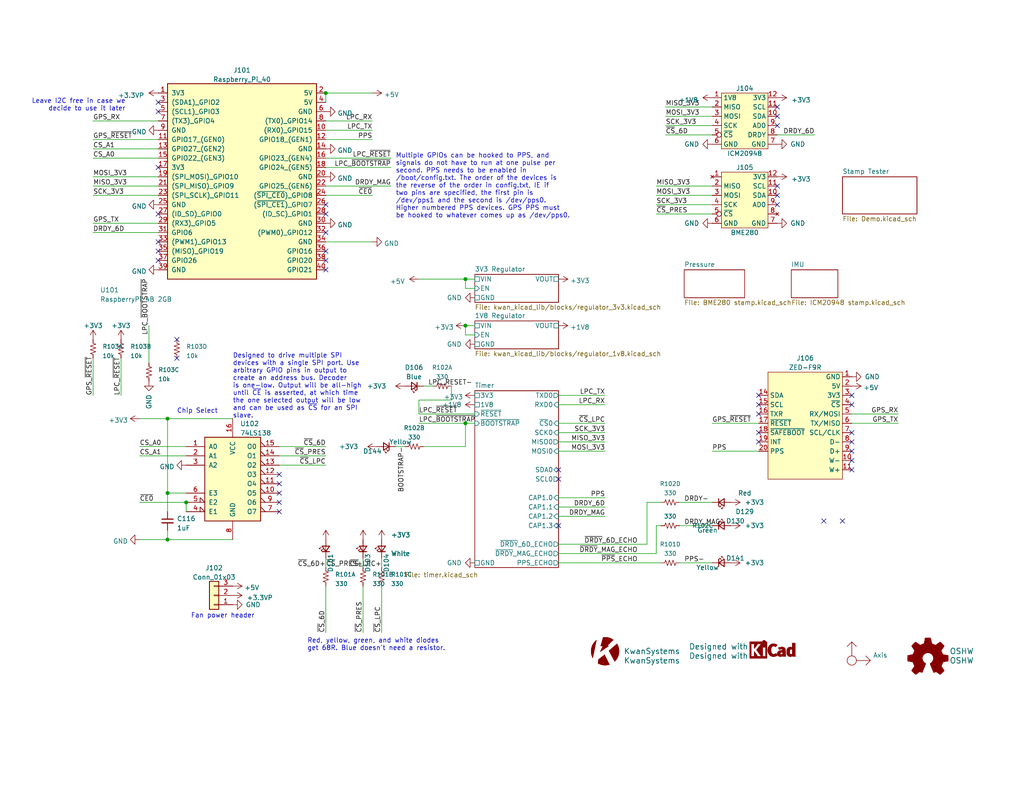
<source format=kicad_sch>
(kicad_sch (version 20250114) (generator "eeschema") (generator_version "9.0")
  (paper "USLetter")
  (title_block (title "Shipometer") (date "2023-03-24") (company "Kwan Systems"))
  (lib_symbols
    (symbol "+3V3_1" (power) (pin_names (offset 0))
      (property "Value" "+3V3_1" (at 0 3.556 0))
      (symbol "+3V3_1_1_1"
        (pin power_in line (at 0 0 90) (length 0) (hide yes) (name "+3V3") (number "1"))
      )
    )
    (symbol "74xx:74LS138" (pin_names (offset 1.016))
      (property "Reference" "U" (at -7.62 11.43 0))
      (property "Value" "74LS138" (at -7.62 -13.97 0))
      (symbol "74LS138_1_0"
        (pin input line (at -12.7 7.62 0) (length 5.08) (name "A0") (number "1"))
        (pin input line (at -12.7 5.08 0) (length 5.08) (name "A1") (number "2"))
        (pin input line (at -12.7 2.54 0) (length 5.08) (name "A2") (number "3"))
        (pin input line (at -12.7 -5.08 0) (length 5.08) (name "E3") (number "6"))
        (pin input input_low (at -12.7 -7.62 0) (length 5.08) (name "E2") (number "5"))
        (pin input input_low (at -12.7 -10.16 0) (length 5.08) (name "E1") (number "4"))
        (pin power_in line (at 0 15.24 270) (length 5.08) (name "VCC") (number "16"))
        (pin power_in line (at 0 -17.78 90) (length 5.08) (name "GND") (number "8"))
        (pin output output_low (at 12.7 7.62 180) (length 5.08) (name "O0") (number "15"))
        (pin output output_low (at 12.7 5.08 180) (length 5.08) (name "O1") (number "14"))
        (pin output output_low (at 12.7 2.54 180) (length 5.08) (name "O2") (number "13"))
        (pin output output_low (at 12.7 0 180) (length 5.08) (name "O3") (number "12"))
        (pin output output_low (at 12.7 -2.54 180) (length 5.08) (name "O4") (number "11"))
        (pin output output_low (at 12.7 -5.08 180) (length 5.08) (name "O5") (number "10"))
        (pin output output_low (at 12.7 -7.62 180) (length 5.08) (name "O6") (number "9"))
        (pin output output_low (at 12.7 -10.16 180) (length 5.08) (name "O7") (number "7"))
      )
    )
    (symbol "Connector_Generic:Conn_01x03" (pin_names (offset 1.016) (hide yes))
      (property "Reference" "J" (at 0 5.08 0))
      (property "Value" "Conn_01x03" (at 0 -5.08 0))
      (symbol "Conn_01x03_1_1"
        (pin passive line (at -5.08 2.54 0) (length 3.81) (name "Pin_1") (number "1"))
        (pin passive line (at -5.08 0 0) (length 3.81) (name "Pin_2") (number "2"))
        (pin passive line (at -5.08 -2.54 0) (length 3.81) (name "Pin_3") (number "3"))
      )
    )
    (symbol "Device:C_Small" (pin_numbers (hide yes)) (pin_names (offset 0.254) (hide yes))
      (property "Reference" "C" (at 0.254 1.778 0))
      (property "Value" "C_Small" (at 0.254 -2.032 0))
      (symbol "C_Small_1_1"
        (pin passive line (at 0 2.54 270) (length 2.032) (name "~") (number "1"))
        (pin passive line (at 0 -2.54 90) (length 2.032) (name "~") (number "2"))
      )
    )
    (symbol "Device:LED_Small" (pin_numbers (hide yes)) (pin_names (offset 0.254) (hide yes))
      (property "Reference" "D" (at -1.27 3.175 0))
      (property "Value" "LED_Small" (at -4.445 -2.54 0))
      (symbol "LED_Small_1_1"
        (pin passive line (at -2.54 0 0) (length 1.778) (name "K") (number "1"))
        (pin passive line (at 2.54 0 180) (length 1.778) (name "A") (number "2"))
      )
    )
    (symbol "KwanSystems:Axis" (in_bom no)
      (property "Value" "Axis" (at 0 -2.54 0))
    )
    (symbol "KwanSystems:DesignedWithKicad" (pin_names (offset 1.016)) (in_bom no)
      (property "Value" "DesignedWithKicad" (at 3.81 -2.54 0))
    )
    (symbol "KwanSystems:KwanSystems" (pin_names (offset 1.016)) (in_bom no)
      (property "Value" "KwanSystems" (at 0 -5.08 0))
    )
    (symbol "KwanSystems:OSHW" (pin_names (offset 1.016)) (in_bom no)
      (property "Value" "OSHW" (at 10.16 1.27 0))
    )
    (symbol "KwanSystems:RP4" (pin_numbers (hide yes)) (pin_names (offset 0) (hide yes))
      (property "Reference" "R" (at -1.27 1.27 0))
      (property "Value" "RP4" (at -1.27 -2.54 0))
      (symbol "RP4_1_1"
        (pin passive line (at -2.54 0 0) (length 0.9906) (name "4") (number "1"))
        (pin passive line (at 2.54 0 180) (length 0.9906) (name "5") (number "8"))
      )
      (symbol "RP4_2_1"
        (pin passive line (at -2.54 0 0) (length 0.9906) (name "4") (number "2"))
        (pin passive line (at 2.54 0 180) (length 0.9906) (name "5") (number "7"))
      )
      (symbol "RP4_3_1"
        (pin passive line (at -2.54 0 0) (length 0.9906) (name "4") (number "3"))
        (pin passive line (at 2.54 0 180) (length 0.9906) (name "5") (number "6"))
      )
      (symbol "RP4_4_1"
        (pin passive line (at -2.54 0 0) (length 0.9906) (name "4") (number "4"))
        (pin passive line (at 2.54 0 180) (length 0.9906) (name "5") (number "5"))
      )
    )
    (symbol "KwanSystems:Raspberry_Pi_40" (pin_names (offset 1.016))
      (property "Reference" "J" (at 25.4 -27.94 0))
      (property "Value" "Raspberry_Pi_40" (at -12.7 33.02 0))
      (symbol "Raspberry_Pi_40_1_1"
        (pin power_out line (at -22.86 27.94 0) (length 2.54) (name "3V3") (number "1"))
        (pin bidirectional line (at -22.86 25.4 0) (length 2.54) (name "(SDA1)_GPIO2") (number "3"))
        (pin bidirectional line (at -22.86 22.86 0) (length 2.54) (name "(SCL1)_GPIO3") (number "5"))
        (pin bidirectional line (at -22.86 20.32 0) (length 2.54) (name "(TX3)_GPIO4") (number "7"))
        (pin passive line (at -22.86 17.78 0) (length 2.54) (name "GND") (number "9"))
        (pin bidirectional line (at -22.86 15.24 0) (length 2.54) (name "GPIO17_(GEN0)") (number "11"))
        (pin bidirectional line (at -22.86 12.7 0) (length 2.54) (name "GPIO27_(GEN2)") (number "13"))
        (pin bidirectional line (at -22.86 10.16 0) (length 2.54) (name "GPIO22_(GEN3)") (number "15"))
        (pin power_out line (at -22.86 7.62 0) (length 2.54) (name "3V3") (number "17"))
        (pin bidirectional line (at -22.86 5.08 0) (length 2.54) (name "(SPI_MOSI)_GPIO10") (number "19"))
        (pin bidirectional line (at -22.86 2.54 0) (length 2.54) (name "(SPI_MISO)_GPIO9") (number "21"))
        (pin bidirectional line (at -22.86 0 0) (length 2.54) (name "(SPI_SCLK)_GPIO11") (number "23"))
        (pin passive line (at -22.86 -2.54 0) (length 2.54) (name "GND") (number "25"))
        (pin bidirectional line (at -22.86 -5.08 0) (length 2.54) (name "(ID_SD)_GPIO0") (number "27"))
        (pin bidirectional line (at -22.86 -7.62 0) (length 2.54) (name "(RX3)_GPIO5") (number "29"))
        (pin bidirectional line (at -22.86 -10.16 0) (length 2.54) (name "GPIO6") (number "31"))
        (pin bidirectional line (at -22.86 -12.7 0) (length 2.54) (name "(PWM1)_GPIO13") (number "33"))
        (pin bidirectional line (at -22.86 -15.24 0) (length 2.54) (name "(MISO)_GPIO19") (number "35"))
        (pin bidirectional line (at -22.86 -17.78 0) (length 2.54) (name "GPIO26") (number "37"))
        (pin passive line (at -22.86 -20.32 0) (length 2.54) (name "GND") (number "39"))
        (pin passive line (at 22.86 27.94 180) (length 2.54) (name "5V") (number "2"))
        (pin passive line (at 22.86 25.4 180) (length 2.54) (name "5V") (number "4"))
        (pin passive line (at 22.86 22.86 180) (length 2.54) (name "GND") (number "6"))
        (pin bidirectional line (at 22.86 20.32 180) (length 2.54) (name "(TX0)_GPIO14") (number "8"))
        (pin bidirectional line (at 22.86 17.78 180) (length 2.54) (name "(RX0)_GPIO15") (number "10"))
        (pin bidirectional line (at 22.86 15.24 180) (length 2.54) (name "GPIO18_(GEN1)") (number "12"))
        (pin passive line (at 22.86 12.7 180) (length 2.54) (name "GND") (number "14"))
        (pin bidirectional line (at 22.86 10.16 180) (length 2.54) (name "GPIO23_(GEN4)") (number "16"))
        (pin bidirectional line (at 22.86 7.62 180) (length 2.54) (name "GPIO24_(GEN5)") (number "18"))
        (pin passive line (at 22.86 5.08 180) (length 2.54) (name "GND") (number "20"))
        (pin bidirectional line (at 22.86 2.54 180) (length 2.54) (name "GPIO25_(GEN6)") (number "22"))
        (pin bidirectional line (at 22.86 0 180) (length 2.54) (name "(~{SPI_CE0})_GPIO8") (number "24"))
        (pin bidirectional line (at 22.86 -2.54 180) (length 2.54) (name "(~{SPI_CE1})_GPIO7") (number "26"))
        (pin bidirectional line (at 22.86 -5.08 180) (length 2.54) (name "(ID_SC)_GPIO1") (number "28"))
        (pin passive line (at 22.86 -7.62 180) (length 2.54) (name "GND") (number "30"))
        (pin bidirectional line (at 22.86 -10.16 180) (length 2.54) (name "(PWM0)_GPIO12") (number "32"))
        (pin passive line (at 22.86 -12.7 180) (length 2.54) (name "GND") (number "34"))
        (pin bidirectional line (at 22.86 -15.24 180) (length 2.54) (name "GPIO16") (number "36"))
        (pin bidirectional line (at 22.86 -17.78 180) (length 2.54) (name "GPIO20") (number "38"))
        (pin bidirectional line (at 22.86 -20.32 180) (length 2.54) (name "GPIO21") (number "40"))
      )
    )
    (symbol "KwanSystems:RaspberyPi_2+_Backplane" (pin_names (offset 1.016))
      (property "Reference" "J" (at 0 -2.54 0))
      (property "Value" "RaspberyPi_2+_Backplane" (at 0 0 0))
    )
    (symbol "KwanSystems:STAMP"
      (property "Reference" "J105" (at 0 8.89 0))
      (property "Value" "BME280" (at 0 -8.89 0))
      (symbol "STAMP_1_1"
        (pin no_connect line (at -8.89 6.35 0) (length 2.54) (name "") (number "1"))
        (pin tri_state line (at -8.89 3.81 0) (length 2.54) (name "MISO") (number "2"))
        (pin input line (at -8.89 1.27 0) (length 2.54) (name "MOSI") (number "3"))
        (pin input line (at -8.89 -1.27 0) (length 2.54) (name "SCK") (number "4"))
        (pin input inverted (at -8.89 -3.81 0) (length 2.54) (name "~{CS}") (number "5"))
        (pin power_in line (at -8.89 -6.35 0) (length 2.54) (name "GND") (number "6"))
        (pin power_in line (at 8.89 6.35 180) (length 2.54) (name "3V3") (number "12"))
        (pin input line (at 8.89 3.81 180) (length 2.54) (name "SCL") (number "11"))
        (pin open_collector line (at 8.89 1.27 180) (length 2.54) (name "SDA") (number "10"))
        (pin input line (at 8.89 -1.27 180) (length 2.54) (name "AD0") (number "9"))
        (pin no_connect line (at 8.89 -3.81 180) (length 2.54) (name "") (number "8"))
        (pin power_in line (at 8.89 -6.35 180) (length 2.54) (name "GND") (number "7"))
      )
    )
    (symbol "STAMP_1"
      (property "Reference" "J104" (at 0 8.89 0))
      (property "Value" "ICM20948" (at 0 -8.89 0))
      (symbol "STAMP_1_1_1"
        (pin power_in line (at -8.89 6.35 0) (length 2.54) (name "1V8") (number "1"))
        (pin tri_state line (at -8.89 3.81 0) (length 2.54) (name "MISO") (number "2"))
        (pin input line (at -8.89 1.27 0) (length 2.54) (name "MOSI") (number "3"))
        (pin input line (at -8.89 -1.27 0) (length 2.54) (name "SCK") (number "4"))
        (pin input inverted (at -8.89 -3.81 0) (length 2.54) (name "~{CS}") (number "5"))
        (pin power_in line (at -8.89 -6.35 0) (length 2.54) (name "GND") (number "6"))
        (pin power_in line (at 8.89 6.35 180) (length 2.54) (name "3V3") (number "12"))
        (pin input line (at 8.89 3.81 180) (length 2.54) (name "SCL") (number "11"))
        (pin open_collector line (at 8.89 1.27 180) (length 2.54) (name "SDA") (number "10"))
        (pin input line (at 8.89 -1.27 180) (length 2.54) (name "AD0") (number "9"))
        (pin output line (at 8.89 -3.81 180) (length 2.54) (name "DRDY") (number "8"))
        (pin power_in line (at 8.89 -6.35 180) (length 2.54) (name "GND") (number "7"))
      )
    )
    (symbol "Sparkfun_Breakout:ZED-F9R"
      (property "Reference" "U" (at 10.16 -16.51 0))
      (symbol "ZED-F9R_1_1"
        (pin bidirectional line (at -12.7 7.62 0) (length 2.54) (name "SDA") (number "14"))
        (pin input line (at -12.7 5.08 0) (length 2.54) (name "SCL") (number "15"))
        (pin output line (at -12.7 2.54 0) (length 2.54) (name "TXR") (number "16"))
        (pin input line (at -12.7 0 0) (length 2.54) (name "~{RESET}") (number "17"))
        (pin input line (at -12.7 -2.54 0) (length 2.54) (name "~{SAFEBOOT}") (number "18"))
        (pin input line (at -12.7 -5.08 0) (length 2.54) (name "INT") (number "19"))
        (pin output line (at -12.7 -7.62 0) (length 2.54) (name "PPS") (number "20"))
        (pin power_in line (at 12.7 12.7 180) (length 2.54) (name "GND") (number "1"))
        (pin power_in line (at 12.7 12.7 180) (length 2.54) (hide yes) (name "GND") (number "12"))
        (pin power_in line (at 12.7 10.16 180) (length 2.54) (name "5V") (number "2"))
        (pin power_in line (at 12.7 7.62 180) (length 2.54) (hide yes) (name "3V3") (number "13"))
        (pin power_in line (at 12.7 7.62 180) (length 2.54) (name "3V3") (number "3"))
        (pin input line (at 12.7 5.08 180) (length 2.54) (name "~{CS}") (number "4"))
        (pin input line (at 12.7 2.54 180) (length 2.54) (name "RX/MOSI") (number "5"))
        (pin output line (at 12.7 0 180) (length 2.54) (name "TX/MISO") (number "6"))
        (pin input line (at 12.7 -2.54 180) (length 2.54) (name "SCL/CLK") (number "7"))
        (pin input line (at 12.7 -5.08 180) (length 2.54) (name "D-") (number "8"))
        (pin input line (at 12.7 -7.62 180) (length 2.54) (name "D+") (number "9"))
        (pin input line (at 12.7 -10.16 180) (length 2.54) (name "W-") (number "10"))
        (pin input line (at 12.7 -12.7 180) (length 2.54) (name "W+") (number "11"))
      )
    )
    (symbol "power:+1V8" (power) (pin_names (offset 0))
      (property "Value" "+1V8" (at 0 3.556 0))
      (symbol "+1V8_1_1"
        (pin power_in line (at 0 0 90) (length 0) (hide yes) (name "+1V8") (number "1"))
      )
    )
    (symbol "power:+3.3VP" (power) (pin_names (offset 0))
      (property "Value" "+3.3VP" (at 0 2.54 0))
      (symbol "+3.3VP_0_0"
        (pin power_in line (at 0 0 90) (length 0) (hide yes) (name "+3.3VP") (number "1"))
      )
    )
    (symbol "power:+3V3" (power) (pin_names (offset 0))
      (property "Value" "+3V3" (at 0 3.556 0))
      (symbol "+3V3_1_1"
        (pin power_in line (at 0 0 90) (length 0) (hide yes) (name "+3V3") (number "1"))
      )
    )
    (symbol "power:+5V" (power) (pin_names (offset 0))
      (property "Value" "+5V" (at 0 3.556 0))
      (symbol "+5V_1_1"
        (pin power_in line (at 0 0 90) (length 0) (hide yes) (name "+5V") (number "1"))
      )
    )
    (symbol "power:GND" (power) (pin_names (offset 0))
      (property "Value" "GND" (at 0 -3.81 0))
      (symbol "GND_1_1"
        (pin power_in line (at 0 0 270) (length 0) (hide yes) (name "GND") (number "1"))
      )
    )
  )
  (text "Chip Select" (at 48.26 113.03 0) (effects (font (size 1.27 1.27)) (justify left bottom)))
  (text "Designed to drive multiple SPI\ndevices with a single SPI port. Use\narbitrary GPIO pins in output to\ncreate an address bus. Decoder\nis one-low. Output will be all-high\nuntil ~{CE} is asserted, at which time\nthe one selected output will be low\nand can be used as ~{CS} for an SPI\nslave." (at 63.5 114.3 0) (effects (font (size 1.27 1.27)) (justify left bottom)))
  (text "Fan power header" (at 52.07 168.91 0) (effects (font (size 1.27 1.27)) (justify left bottom)))
  (text "Multiple GPIOs can be hooked to PPS, and\nsignals do not have to run at one pulse per\nsecond. PPS needs to be enabled in\n/boot/config.txt. The order of the devices is\nthe reverse of the order in config.txt, IE if\ntwo pins are specified, the first pin is\n/dev/pps1 and the second is /dev/pps0.\nHigher numbered PPS devices. GPS PPS must\nbe hooked to whatever comes up as /dev/pps0." (at 107.95 59.69 0) (effects (font (size 1.27 1.27)) (justify left bottom)))
  (text "Leave I2C free in case we\ndecide to use it later" (at 34.29 30.48 0) (effects (font (size 1.27 1.27)) (justify right bottom)))
  (text "Red, yellow, green, and white diodes\nget 68R. Blue doesn't need a resistor." (at 83.82 177.8 0) (effects (font (size 1.27 1.27)) (justify left bottom)))
  (junction (at 45.72 147.32))
  (junction (at 127 76.2))
  (junction (at 127 88.9))
  (junction (at 88.9 25.4))
  (junction (at 50.8 137.16))
  (junction (at 45.72 134.62))
  (junction (at 127 115.57))
  (junction (at 45.72 114.3))
  (no_connect (at 88.9 55.88))
  (no_connect (at 88.9 58.42))
  (no_connect (at 88.9 68.58))
  (no_connect (at 88.9 71.12))
  (no_connect (at 88.9 73.66))
  (no_connect (at 43.18 45.72))
  (no_connect (at 232.41 110.49))
  (no_connect (at 48.26 92.71))
  (no_connect (at 43.18 66.04))
  (no_connect (at 212.09 31.75))
  (no_connect (at 76.2 132.08))
  (no_connect (at 76.2 134.62))
  (no_connect (at 76.2 137.16))
  (no_connect (at 76.2 139.7))
  (no_connect (at 232.41 120.65))
  (no_connect (at 229.87 142.24))
  (no_connect (at 212.09 50.8))
  (no_connect (at 212.09 55.88))
  (no_connect (at 212.09 53.34))
  (no_connect (at 212.09 34.29))
  (no_connect (at 232.41 118.11))
  (no_connect (at 207.01 110.49))
  (no_connect (at 88.9 63.5))
  (no_connect (at 207.01 113.03))
  (no_connect (at 43.18 27.94))
  (no_connect (at 48.26 97.79))
  (no_connect (at 43.18 58.42))
  (no_connect (at 43.18 68.58))
  (no_connect (at 43.18 71.12))
  (no_connect (at 76.2 129.54))
  (no_connect (at 232.41 123.19))
  (no_connect (at 207.01 107.95))
  (no_connect (at 207.01 118.11))
  (no_connect (at 212.09 29.21))
  (no_connect (at 152.4 128.27))
  (no_connect (at 152.4 130.81))
  (no_connect (at 43.18 30.48))
  (no_connect (at 232.41 107.95))
  (no_connect (at 207.01 120.65))
  (no_connect (at 152.4 143.51))
  (no_connect (at 232.41 125.73))
  (no_connect (at 232.41 128.27))
  (no_connect (at 224.79 142.24))
  (wire (pts (xy 104.14 152.4) (xy 104.14 154.94)))
  (wire (pts (xy 38.1 124.46) (xy 50.8 124.46)))
  (wire (pts (xy 181.61 31.75) (xy 194.31 31.75)))
  (wire (pts (xy 232.41 113.03) (xy 245.11 113.03)))
  (wire (pts (xy 25.4 53.34) (xy 43.18 53.34)))
  (wire (pts (xy 99.06 152.4) (xy 99.06 154.94)))
  (wire (pts (xy 152.4 110.49) (xy 165.1 110.49)))
  (wire (pts (xy 185.42 137.16) (xy 194.31 137.16)))
  (wire (pts (xy 38.1 147.32) (xy 45.72 147.32)))
  (wire (pts (xy 152.4 151.13) (xy 179.07 151.13)))
  (wire (pts (xy 185.42 153.67) (xy 194.31 153.67)))
  (wire (pts (xy 88.9 53.34) (xy 101.6 53.34)))
  (wire (pts (xy 88.9 25.4) (xy 88.9 27.94)))
  (wire (pts (xy 115.57 121.92) (xy 127 121.92)))
  (wire (pts (xy 88.9 45.72) (xy 106.68 45.72)))
  (wire (pts (xy 45.72 134.62) (xy 45.72 139.7)))
  (wire (pts (xy 176.53 148.59) (xy 176.53 137.16)))
  (wire (pts (xy 123.19 105.41) (xy 123.19 109.22)))
  (wire (pts (xy 88.9 66.04) (xy 101.6 66.04)))
  (wire (pts (xy 179.07 58.42) (xy 194.31 58.42)))
  (wire (pts (xy 232.41 115.57) (xy 245.11 115.57)))
  (wire (pts (xy 50.8 137.16) (xy 50.8 139.7)))
  (wire (pts (xy 212.09 36.83) (xy 222.25 36.83)))
  (wire (pts (xy 127 88.9) (xy 129.54 88.9)))
  (wire (pts (xy 88.9 43.18) (xy 106.68 43.18)))
  (wire (pts (xy 181.61 34.29) (xy 194.31 34.29)))
  (wire (pts (xy 88.9 33.02) (xy 101.6 33.02)))
  (wire (pts (xy 99.06 160.02) (xy 99.06 172.72)))
  (wire (pts (xy 152.4 138.43) (xy 165.1 138.43)))
  (wire (pts (xy 179.07 53.34) (xy 194.31 53.34)))
  (wire (pts (xy 127 78.74) (xy 129.54 78.74)))
  (wire (pts (xy 25.4 63.5) (xy 43.18 63.5)))
  (wire (pts (xy 152.4 120.65) (xy 165.1 120.65)))
  (wire (pts (xy 194.31 115.57) (xy 207.01 115.57)))
  (wire (pts (xy 127 76.2) (xy 129.54 76.2)))
  (wire (pts (xy 38.1 137.16) (xy 50.8 137.16)))
  (wire (pts (xy 38.1 114.3) (xy 45.72 114.3)))
  (wire (pts (xy 45.72 134.62) (xy 50.8 134.62)))
  (wire (pts (xy 181.61 29.21) (xy 194.31 29.21)))
  (wire (pts (xy 152.4 135.89) (xy 165.1 135.89)))
  (wire (pts (xy 45.72 114.3) (xy 63.5 114.3)))
  (wire (pts (xy 127 121.92) (xy 127 115.57)))
  (wire (pts (xy 25.4 38.1) (xy 43.18 38.1)))
  (wire (pts (xy 25.4 33.02) (xy 43.18 33.02)))
  (wire (pts (xy 107.95 121.92) (xy 110.49 121.92)))
  (wire (pts (xy 114.3 109.22) (xy 123.19 109.22)))
  (wire (pts (xy 45.72 144.78) (xy 45.72 147.32)))
  (wire (pts (xy 45.72 114.3) (xy 45.72 134.62)))
  (wire (pts (xy 25.4 60.96) (xy 43.18 60.96)))
  (wire (pts (xy 25.4 43.18) (xy 43.18 43.18)))
  (wire (pts (xy 179.07 143.51) (xy 180.34 143.51)))
  (wire (pts (xy 88.9 35.56) (xy 101.6 35.56)))
  (wire (pts (xy 152.4 153.67) (xy 180.34 153.67)))
  (wire (pts (xy 127 88.9) (xy 127 91.44)))
  (wire (pts (xy 152.4 115.57) (xy 165.1 115.57)))
  (wire (pts (xy 88.9 152.4) (xy 88.9 154.94)))
  (wire (pts (xy 114.3 113.03) (xy 129.54 113.03)))
  (wire (pts (xy 152.4 148.59) (xy 176.53 148.59)))
  (wire (pts (xy 152.4 107.95) (xy 165.1 107.95)))
  (wire (pts (xy 185.42 143.51) (xy 194.31 143.51)))
  (wire (pts (xy 88.9 160.02) (xy 88.9 172.72)))
  (wire (pts (xy 194.31 123.19) (xy 207.01 123.19)))
  (wire (pts (xy 76.2 127) (xy 88.9 127)))
  (wire (pts (xy 152.4 118.11) (xy 165.1 118.11)))
  (wire (pts (xy 33.02 97.79) (xy 33.02 107.95)))
  (wire (pts (xy 114.3 115.57) (xy 127 115.57)))
  (wire (pts (xy 76.2 124.46) (xy 88.9 124.46)))
  (wire (pts (xy 114.3 109.22) (xy 114.3 113.03)))
  (wire (pts (xy 127 115.57) (xy 129.54 115.57)))
  (wire (pts (xy 25.4 97.79) (xy 25.4 107.95)))
  (wire (pts (xy 25.4 40.64) (xy 43.18 40.64)))
  (wire (pts (xy 181.61 36.83) (xy 194.31 36.83)))
  (wire (pts (xy 179.07 55.88) (xy 194.31 55.88)))
  (wire (pts (xy 114.3 76.2) (xy 127 76.2)))
  (wire (pts (xy 88.9 50.8) (xy 106.68 50.8)))
  (wire (pts (xy 179.07 151.13) (xy 179.07 143.51)))
  (wire (pts (xy 25.4 50.8) (xy 43.18 50.8)))
  (wire (pts (xy 176.53 137.16) (xy 180.34 137.16)))
  (wire (pts (xy 152.4 123.19) (xy 165.1 123.19)))
  (wire (pts (xy 127 76.2) (xy 127 78.74)))
  (wire (pts (xy 45.72 147.32) (xy 63.5 147.32)))
  (wire (pts (xy 25.4 48.26) (xy 43.18 48.26)))
  (wire (pts (xy 127 91.44) (xy 129.54 91.44)))
  (wire (pts (xy 152.4 140.97) (xy 165.1 140.97)))
  (wire (pts (xy 104.14 160.02) (xy 104.14 172.72)))
  (wire (pts (xy 40.64 88.9) (xy 40.64 99.06)))
  (wire (pts (xy 115.57 105.41) (xy 118.11 105.41)))
  (wire (pts (xy 76.2 121.92) (xy 88.9 121.92)))
  (wire (pts (xy 38.1 121.92) (xy 50.8 121.92)))
  (wire (pts (xy 88.9 25.4) (xy 101.6 25.4)))
  (wire (pts (xy 88.9 38.1) (xy 101.6 38.1)))
  (wire (pts (xy 179.07 50.8) (xy 194.31 50.8)))
  (label "DRDY_6D" (at 222.25 36.83 180))
  (label "~{CE0}" (at 38.1 137.16 0))
  (label "LPC_~{BOOTSTRAP}" (at 114.3 115.57 0))
  (label "~{CS}_6D+" (at 88.9 154.94 180))
  (label "DRDY_MAG-" (at 186.69 143.51 0))
  (label "GPS_TX" (at 25.4 60.96 0))
  (label "GPS_~{RESET}" (at 194.31 115.57 0))
  (label "MOSI_3V3" (at 25.4 48.26 0))
  (label "~{CS}_PRES" (at 179.07 58.42 0))
  (label "CS_A1" (at 38.1 124.46 0))
  (label "~{CS}_6D" (at 88.9 172.72 90))
  (label "~{CS}_PRES" (at 99.06 172.72 90))
  (label "DRDY-" (at 186.69 137.16 0))
  (label "LPC_~{RESET}" (at 106.68 43.18 180))
  (label "MISO_3V3" (at 181.61 29.21 0))
  (label "PPS" (at 165.1 135.89 180))
  (label "DRDY_6D" (at 25.4 63.5 0))
  (label "~{CS}_LPC" (at 165.1 115.57 180))
  (label "~{PPS}_ECHO" (at 173.99 153.67 180))
  (label "GPS_~{RESET}" (at 25.4 107.95 90))
  (label "DRDY_MAG" (at 165.1 140.97 180))
  (label "LPC_RX" (at 165.1 110.49 180))
  (label "LPC_~{BOOTSTRAP}" (at 40.64 91.44 90))
  (label "SCK_3V3" (at 165.1 118.11 180))
  (label "LPC_RESET-" (at 116.84 105.41 0))
  (label "SCK_3V3" (at 179.07 55.88 0))
  (label "~{CS}_PRES" (at 88.9 124.46 180))
  (label "GPS_~{RESET}" (at 25.4 38.1 0))
  (label "MOSI_3V3" (at 165.1 123.19 180))
  (label "CS_A0" (at 38.1 121.92 0))
  (label "PPS" (at 194.31 123.19 0))
  (label "LPC_~{RESET}" (at 114.3 113.03 0))
  (label "LPC_~{BOOTSTRAP}" (at 106.68 45.72 180))
  (label "MOSI_3V3" (at 181.61 31.75 0))
  (label "PPS" (at 101.6 38.1 180))
  (label "MISO_3V3" (at 165.1 120.65 180))
  (label "GPS_TX" (at 245.11 115.57 180))
  (label "DRDY_6D" (at 165.1 138.43 180))
  (label "MOSI_3V3" (at 179.07 53.34 0))
  (label "LPC_TX" (at 101.6 35.56 180))
  (label "~{CS}_LPC" (at 88.9 127 180))
  (label "~{CS}_LPC+" (at 104.14 154.94 180))
  (label "~{CS}_LPC" (at 104.14 172.72 90))
  (label "GPS_RX" (at 25.4 33.02 0))
  (label "MISO_3V3" (at 179.07 50.8 0))
  (label "~{DRDY}_6D_ECHO" (at 173.99 148.59 180))
  (label "PPS-" (at 186.69 153.67 0))
  (label "~{CS}_6D" (at 88.9 121.92 180))
  (label "DRDY_MAG" (at 106.68 50.8 180))
  (label "CS_A1" (at 25.4 40.64 0))
  (label "MISO_3V3" (at 25.4 50.8 0))
  (label "~{CE0}" (at 101.6 53.34 180))
  (label "CS_A0" (at 25.4 43.18 0))
  (label "LPC_TX" (at 165.1 107.95 180))
  (label "SCK_3V3" (at 181.61 34.29 0))
  (label "~{CS}_6D" (at 181.61 36.83 0))
  (label "GPS_RX" (at 245.11 113.03 180))
  (label "~{CS}_PRES+" (at 99.06 154.94 180))
  (label "LPC_RX" (at 101.6 33.02 180))
  (label "BOOTSTRAP-" (at 110.49 121.92 270))
  (label "SCK_3V3" (at 25.4 53.34 0))
  (label "~{DRDY}_MAG_ECHO" (at 173.99 151.13 180))
  (label "LPC_~{RESET}" (at 33.02 107.95 90))
  (symbol (lib_id "power:+3.3VP") (at 43.18 25.4 90) (unit 1)
    (property "Reference" "#PWR03" (effects (hide yes)))
    (property "Value" "+3.3VP" (at 39.37 26.035 90) (effects (justify left)))
  )
  (symbol (lib_id "Device:LED_Small") (at 113.03 105.41 180) (unit 1)
    (property "Reference" "D106" (at 112.9665 100.33 0))
    (property "Value" "Blue" (at 112.9665 102.87 0))
    (property "Footprint" "LED_SMD:LED_0603_1608Metric" (effects (hide yes)))
    (property "Datasheet" "https://www.kingbrightusa.com/images/catalog/SPEC/APT1608VBC-D.pdf" (effects (hide yes)))
    (property "Digikey" "754-1789-1-ND" (effects (hide yes)))
    (property "Purpose" "Timer reset indicator" (effects (hide yes)))
    (property "Number on hand" "9" (effects (hide yes)))
    (property "Mouser" "604-APT1608VBC/D" (effects (hide yes)))
    (property "Part Number" "APT1608VBC/D" (effects (hide yes)))
  )
  (symbol (lib_id "power:GND") (at 101.6 66.04 90) (unit 1)
    (property "Reference" "#PWR0106" (effects (hide yes)))
    (property "Value" "GND" (at 104.775 66.4738 90) (effects (justify right)))
  )
  (symbol (lib_id "Device:C_Small") (at 45.72 142.24 0) (unit 1)
    (property "Reference" "C116" (at 48.26 141.6113 0) (effects (justify left)))
    (property "Value" "1uF" (at 48.26 144.1513 0) (effects (justify left)))
    (property "Footprint" "Capacitor_SMD:C_0603_1608Metric" (effects (hide yes)))
    (property "Datasheet" "https://connect.kemet.com:7667/gateway/IntelliData-ComponentDocumentation/1.0/download/datasheet/C0603C105K4PACTU" (effects (hide yes)))
    (property "Digikey" "399-C0603C105K4PAC7411CT-ND" (effects (hide yes)))
    (property "Mouser" "80-C0603C105K4PAC" (effects (hide yes)))
    (property "Number on hand" "24" (effects (hide yes)))
    (property "Part Number" "C0603C105K4PAC" (effects (hide yes)))
  )
  (symbol (lib_id "power:+3V3") (at 104.14 147.32 0) (unit 1)
    (property "Reference" "#PWR0125" (effects (hide yes)))
    (property "Value" "+3V3" (at 106.68 146.05 0) (effects (justify left)))
  )
  (symbol (lib_id "KwanSystems:DesignedWithKicad") (at 210.82 179.07 0) (unit 1) (in_bom no)
    (property "Reference" "G103" (effects (hide yes)))
    (property "Value" "Designed with" (at 187.96 179.07 0) (effects (font (size 1.524 1.524)) (justify left)))
    (property "Footprint" "KwanSystems:Symbol_KiCAD-Logo_CopperAndSilkScreenTop_small" (effects (hide yes)))
  )
  (symbol (lib_id "power:+3.3VP") (at 63.5 162.56 270) (unit 1)
    (property "Reference" "#PWR04" (effects (hide yes)))
    (property "Value" "+3.3VP" (at 67.31 163.195 90) (effects (justify left)))
  )
  (symbol (lib_id "Device:LED_Small") (at 99.06 149.86 90) (unit 1)
    (property "Reference" "D103" (at 100.33 151.13 0) (effects (justify right)))
    (property "Value" "White" (at 106.68 151.13 90) (effects (justify right)))
    (property "Footprint" "LED_SMD:LED_0603_1608Metric" (effects (hide yes)))
    (property "Datasheet" "https://www.vishay.com/docs/82435/vlmw1300.pdf" (effects (hide yes)))
    (property "Digikey" "VLMW1300-GS08CT-ND" (effects (hide yes)))
    (property "Purpose" "Chip select indicator" (effects (hide yes)))
    (property "Number on hand" "6" (effects (hide yes)))
    (property "Mouser" "VLMW1300-GS08" (effects (hide yes)))
    (property "Part Number" "VLMW1300-GS08" (effects (hide yes)))
  )
  (symbol (lib_id "Device:LED_Small") (at 105.41 121.92 180) (unit 1)
    (property "Reference" "D144" (at 101.6 123.19 0))
    (property "Value" "Yellow" (at 109.22 120.65 0))
    (property "Footprint" "LED_SMD:LED_0603_1608Metric" (effects (hide yes)))
    (property "Datasheet" "https://www.kingbrightusa.com/images/catalog/SPEC/APT1608SYCK.pdf" (effects (hide yes)))
    (property "Digikey" "754-1124-1-ND" (effects (hide yes)))
    (property "Purpose" "Bootstrap Echo" (effects (hide yes)))
    (property "Number on hand" "8" (effects (hide yes)))
    (property "Mouser" "604-APT1608SYCK" (effects (hide yes)))
    (property "Part Number" "APT1608SYCK" (effects (hide yes)))
  )
  (symbol (lib_id "power:GND") (at 88.9 60.96 90) (unit 1)
    (property "Reference" "#PWR0107" (effects (hide yes)))
    (property "Value" "GND" (at 92.075 61.3938 90) (effects (justify right)))
  )
  (symbol (lib_id "KwanSystems:Axis") (at 232.41 180.34 0) (unit 1) (in_bom no)
    (property "Reference" "G101" (effects (hide yes)))
    (property "Value" "Axis" (at 238.2012 178.8688 0) (effects (justify left)))
    (property "Footprint" "KwanSystems:Axis" (effects (hide yes)))
  )
  (symbol (lib_id "power:GND") (at 212.09 60.96 90) (unit 1)
    (property "Reference" "#PWR0132" (effects (hide yes)))
    (property "Value" "GND" (at 219.71 60.96 90) (effects (justify left)))
  )
  (symbol (lib_id "KwanSystems:RP4") (at 182.88 153.67 0) (unit 4)
    (property "Reference" "R101" (at 182.88 148.59 0) (effects (font (size 1.143 1.143))))
    (property "Value" "330" (at 182.88 151.13 0) (effects (font (size 1.143 1.143))))
    (property "Footprint" "KwanSystems:R_Array_Convex_4x0402" (effects (hide yes)))
    (property "Mouser" "667-EXB-28V680JX" (effects (hide yes)))
    (property "Number on hand" "10" (effects (hide yes)))
    (property "Digikey" "Y7680CT-ND" (effects (hide yes)))
    (property "Part Number" "EXB-28V680JX" (effects (hide yes)))
  )
  (symbol (lib_id "power:GND") (at 212.09 39.37 90) (unit 1)
    (property "Reference" "#PWR013" (effects (hide yes)))
    (property "Value" "GND" (at 219.71 39.37 90) (effects (justify left)))
  )
  (symbol (lib_id "power:+5V") (at 114.3 76.2 90) (unit 1)
    (property "Reference" "#PWR015" (effects (hide yes)))
    (property "Value" "+5V" (at 110.49 76.835 90) (effects (justify left)))
  )
  (symbol (lib_id "power:+3V3") (at 127 88.9 90) (unit 1)
    (property "Reference" "#PWR0135" (effects (hide yes)))
    (property "Value" "+3V3" (at 123.825 89.3338 90) (effects (justify left)))
  )
  (symbol (lib_id "power:GND") (at 88.9 48.26 90) (unit 1)
    (property "Reference" "#PWR0108" (effects (hide yes)))
    (property "Value" "GND" (at 92.075 48.6938 90) (effects (justify right)))
  )
  (symbol (lib_id "power:GND") (at 129.54 81.28 270) (unit 1)
    (property "Reference" "#PWR0119" (effects (hide yes)))
    (property "Value" "GND" (at 121.92 81.28 90) (effects (justify left)))
  )
  (symbol (lib_id "power:GND") (at 40.64 104.14 0) (unit 1)
    (property "Reference" "#PWR018" (effects (hide yes)))
    (property "Value" "GND" (at 40.64 111.76 90) (effects (justify left)))
  )
  (symbol (lib_id "power:+3V3") (at 199.39 137.16 270) (unit 1)
    (property "Reference" "#PWR06" (effects (hide yes)))
    (property "Value" "+3V3" (at 203.2 137.16 90) (effects (justify left)))
  )
  (symbol (lib_name "+3V3_1") (lib_id "power:+3V3") (at 25.4 92.71 0) (unit 1)
    (property "Reference" "#PWR016" (effects (hide yes)))
    (property "Value" "+3V3" (at 25.4 88.9 0))
  )
  (symbol (lib_id "power:+1V8") (at 152.4 88.9 270) (unit 1)
    (property "Reference" "#PWR0133" (effects (hide yes)))
    (property "Value" "+1V8" (at 155.575 89.3338 90) (effects (justify left)))
  )
  (symbol (lib_id "power:+3V3") (at 199.39 143.51 270) (unit 1)
    (property "Reference" "#PWR07" (effects (hide yes)))
    (property "Value" "+3V3" (at 203.2 143.51 90) (effects (justify left)))
  )
  (symbol (lib_id "power:+3V3") (at 129.54 107.95 90) (unit 1)
    (property "Reference" "#PWR0112" (effects (hide yes)))
    (property "Value" "+3V3" (at 126.365 108.3838 90) (effects (justify left)))
  )
  (symbol (lib_id "power:GND") (at 38.1 147.32 270) (unit 1)
    (property "Reference" "#PWR0121" (effects (hide yes)))
    (property "Value" "GND" (at 34.9251 147.7538 90) (effects (justify right)))
  )
  (symbol (lib_id "KwanSystems:KwanSystems") (at 165.1 177.8 0) (unit 1) (in_bom no)
    (property "Reference" "G105" (effects (hide yes)))
    (property "Value" "KwanSystems" (at 170.18 177.8 0) (effects (font (size 1.524 1.524)) (justify left)))
    (property "Footprint" "KwanSystems:StKwansSoldermask" (effects (hide yes)))
  )
  (symbol (lib_name "STAMP_1") (lib_id "KwanSystems:STAMP") (at 203.2 33.02 0) (unit 1)
    (property "Reference" "J104" (at 203.2 24.13 0))
    (property "Value" "ICM20948" (at 203.2 41.91 0))
    (property "Footprint" "KwanSystems:StampPad" (effects (hide yes)))
  )
  (symbol (lib_id "power:GND") (at 129.54 153.67 270) (unit 1)
    (property "Reference" "#PWR0118" (effects (hide yes)))
    (property "Value" "GND" (at 121.92 153.67 90) (effects (justify left)))
  )
  (symbol (lib_id "KwanSystems:STAMP") (at 203.2 54.61 0) (unit 1)
    (property "Reference" "J105" (at 203.2 45.72 0))
    (property "Value" "BME280" (at 203.2 63.5 0))
    (property "Footprint" "KwanSystems:StampPad" (effects (hide yes)))
  )
  (symbol (lib_id "power:GND") (at 194.31 60.96 270) (unit 1)
    (property "Reference" "#PWR09" (effects (hide yes)))
    (property "Value" "GND" (at 186.69 60.96 90) (effects (justify left)))
  )
  (symbol (lib_id "power:+3V3") (at 38.1 114.3 90) (unit 1)
    (property "Reference" "#PWR0122" (effects (hide yes)))
    (property "Value" "+3V3" (at 34.925 114.7338 90) (effects (justify left)))
  )
  (symbol (lib_id "Device:LED_Small") (at 196.85 137.16 0) (mirror x) (unit 1)
    (property "Reference" "D129" (at 203.2 139.7 0))
    (property "Value" "Red" (at 203.2 134.62 0))
    (property "Footprint" "LED_SMD:LED_0603_1608Metric" (effects (hide yes)))
    (property "Datasheet" "https://www.kingbrightusa.com/images/catalog/SPEC/APT1608SURCK.pdf" (effects (hide yes)))
    (property "Digikey" "754-1123-1-ND" (effects (hide yes)))
    (property "Purpose" "Data ready 6DoF echo" (effects (hide yes)))
    (property "Number on hand" "4" (effects (hide yes)))
    (property "Mouser" "604-APT1608SURCK" (effects (hide yes)))
    (property "Part Number" "APT1608SURCK" (effects (hide yes)))
  )
  (symbol (lib_id "power:+3V3") (at 88.9 147.32 0) (unit 1)
    (property "Reference" "#PWR0123" (effects (hide yes)))
    (property "Value" "+3V3" (at 106.68 146.05 0) (effects (justify left)))
  )
  (symbol (lib_id "power:GND") (at 43.18 73.66 270) (unit 1)
    (property "Reference" "#PWR0105" (effects (hide yes)))
    (property "Value" "GND" (at 40.0051 74.0938 90) (effects (justify right)))
  )
  (symbol (lib_id "KwanSystems:RP4") (at 25.4 95.25 270) (unit 1)
    (property "Reference" "R103" (at 27.94 94.615 90) (effects (font (size 1.143 1.143)) (justify left)))
    (property "Value" "10k" (at 27.94 97.155 90) (effects (font (size 1.143 1.143)) (justify left)))
    (property "Footprint" "KwanSystems:R_Array_Convex_4x0402" (effects (hide yes)))
  )
  (symbol (lib_id "KwanSystems:RP4") (at 104.14 157.48 90) (unit 3)
    (property "Reference" "R101" (at 106.68 156.845 90) (effects (font (size 1.143 1.143)) (justify right)))
    (property "Value" "330" (at 106.68 159.385 90) (effects (font (size 1.143 1.143)) (justify right)))
    (property "Footprint" "KwanSystems:R_Array_Convex_4x0402" (effects (hide yes)))
    (property "Mouser" "667-EXB-28V680JX" (effects (hide yes)))
    (property "Number on hand" "10" (effects (hide yes)))
    (property "Digikey" "Y7680CT-ND" (effects (hide yes)))
    (property "Part Number" "EXB-28V680JX" (effects (hide yes)))
  )
  (symbol (lib_id "KwanSystems:RP4") (at 48.26 95.25 90) (unit 4)
    (property "Reference" "R103" (at 50.8 94.615 90) (effects (font (size 1.143 1.143)) (justify right)))
    (property "Value" "10k" (at 50.8 97.155 90) (effects (font (size 1.143 1.143)) (justify right)))
    (property "Footprint" "KwanSystems:R_Array_Convex_4x0402" (effects (hide yes)))
  )
  (symbol (lib_id "power:GND") (at 63.5 165.1 90) (unit 1)
    (property "Reference" "#PWR0126" (effects (hide yes)))
    (property "Value" "GND" (at 71.12 165.1 90) (effects (justify left)))
  )
  (symbol (lib_id "Device:LED_Small") (at 104.14 149.86 90) (unit 1)
    (property "Reference" "D104" (at 105.41 151.13 0) (effects (justify right)))
    (property "Value" "White" (at 106.68 151.13 90) (effects (justify right)))
    (property "Footprint" "LED_SMD:LED_0603_1608Metric" (effects (hide yes)))
    (property "Datasheet" "https://www.vishay.com/docs/82435/vlmw1300.pdf" (effects (hide yes)))
    (property "Digikey" "VLMW1300-GS08CT-ND" (effects (hide yes)))
    (property "Purpose" "Chip select indicator" (effects (hide yes)))
    (property "Number on hand" "6" (effects (hide yes)))
    (property "Mouser" "VLMW1300-GS08" (effects (hide yes)))
    (property "Part Number" "VLMW1300-GS08" (effects (hide yes)))
  )
  (symbol (lib_id "74xx:74LS138") (at 63.5 129.54 0) (unit 1)
    (property "Reference" "U102" (at 65.5194 115.6802 0) (effects (justify left)))
    (property "Value" "74LS138" (at 65.5194 118.2171 0) (effects (justify left)))
    (property "Footprint" "Package_SO:TSSOP-16_4.4x5mm_P0.65mm" (effects (hide yes)))
    (property "Datasheet" "http://www.ti.com/lit/gpn/sn74LS138" (effects (hide yes)))
    (property "Mouser" "771-74LVC138APW-T" (effects (hide yes)))
    (property "Purpose" "SPI Chip Select Decoder" (effects (hide yes)))
    (property "Number on hand" "3" (effects (hide yes)))
    (property "Digikey" "1727-4026-1-ND" (effects (hide yes)))
    (property "Part Number" "74LVC138APW,118" (effects (hide yes)))
  )
  (symbol (lib_name "+3V3_1") (lib_id "power:+3V3") (at 33.02 92.71 0) (unit 1)
    (property "Reference" "#PWR017" (effects (hide yes)))
    (property "Value" "+3V3" (at 33.02 88.9 0))
  )
  (symbol (lib_id "KwanSystems:DesignedWithKicad") (at 210.82 179.07 0) (unit 1) (in_bom no)
    (property "Reference" "G107" (effects (hide yes)))
    (property "Value" "Designed with" (at 187.96 176.53 0) (effects (font (size 1.524 1.524)) (justify left)))
    (property "Footprint" "KwanSystems:Symbol_KiCAD-Logo_CopperAndSilkScreenTop_small" (effects (hide yes)))
  )
  (symbol (lib_id "power:+3V3") (at 212.09 48.26 270) (unit 1)
    (property "Reference" "#PWR010" (effects (hide yes)))
    (property "Value" "+3V3" (at 215.9 48.895 90) (effects (justify left)))
  )
  (symbol (lib_id "KwanSystems:RP4") (at 88.9 157.48 90) (unit 1)
    (property "Reference" "R101" (at 91.44 156.845 90) (effects (font (size 1.143 1.143)) (justify right)))
    (property "Value" "330" (at 91.44 159.385 90) (effects (font (size 1.143 1.143)) (justify right)))
    (property "Footprint" "KwanSystems:R_Array_Convex_4x0402" (effects (hide yes)))
    (property "Mouser" "667-EXB-28V680JX" (effects (hide yes)))
    (property "Number on hand" "10" (effects (hide yes)))
    (property "Digikey" "Y7680CT-ND" (effects (hide yes)))
    (property "Part Number" "EXB-28V680JX" (effects (hide yes)))
  )
  (symbol (lib_id "power:GND") (at 129.54 93.98 270) (unit 1)
    (property "Reference" "#PWR0136" (effects (hide yes)))
    (property "Value" "GND" (at 121.92 93.98 90) (effects (justify left)))
  )
  (symbol (lib_id "Sparkfun_Breakout:ZED-F9R") (at 219.71 115.57 0) (unit 1)
    (property "Reference" "J106" (at 219.71 97.79 0))
    (property "Value" "ZED-F9R" (at 219.71 100.33 0))
    (property "Footprint" "SparkfunBreakout:ZED-F9R" (effects (hide yes)))
    (property "Number on hand" "1" (effects (hide yes)))
    (property "Mouser" "571-1-215297-1" (effects (hide yes)))
    (property "Digikey" "A106613-ND" (effects (hide yes)))
    (property "Part Number" "1-215297-1" (effects (hide yes)))
  )
  (symbol (lib_id "power:+3V3") (at 102.87 121.92 90) (unit 1)
    (property "Reference" "#PWR08" (effects (hide yes)))
    (property "Value" "+3V3" (at 97.79 121.92 90) (effects (justify left)))
  )
  (symbol (lib_id "power:GND") (at 194.31 39.37 270) (unit 1)
    (property "Reference" "#PWR0130" (effects (hide yes)))
    (property "Value" "GND" (at 186.69 39.37 90) (effects (justify left)))
  )
  (symbol (lib_id "KwanSystems:Raspberry_Pi_40") (at 66.04 53.34 0) (unit 1)
    (property "Reference" "J101" (at 66.04 19.1602 0))
    (property "Value" "Raspberry_Pi_40" (at 66.04 21.6971 0))
    (property "Footprint" "KwanSystems:PiHAT" (effects (hide yes)))
    (property "Digikey" "SSW-120-01-G-D-LL-ND" (effects (hide yes)))
    (property "Number on hand" "1" (effects (hide yes)))
    (property "Mouser" "200-SSW12001TD" (effects (hide yes)))
    (property "Part Number" "SSW-120-01-G-D-LL" (effects (hide yes)))
  )
  (symbol (lib_id "KwanSystems:RP4") (at 113.03 121.92 180) (unit 2)
    (property "Reference" "R102" (at 113.03 116.84 0) (effects (font (size 1.143 1.143))))
    (property "Value" "330" (at 113.03 119.38 0) (effects (font (size 1.143 1.143))))
    (property "Footprint" "KwanSystems:R_Array_Convex_4x0402" (effects (hide yes)))
    (property "Mouser" "667-EXB-28V680JX" (effects (hide yes)))
    (property "Number on hand" "10" (effects (hide yes)))
    (property "Digikey" "Y7680CT-ND" (effects (hide yes)))
    (property "Part Number" "EXB-28V680JX" (effects (hide yes)))
  )
  (symbol (lib_id "power:+3V3") (at 152.4 76.2 270) (unit 1)
    (property "Reference" "#PWR0120" (effects (hide yes)))
    (property "Value" "+3V3" (at 155.575 76.6338 90) (effects (justify left)))
  )
  (symbol (lib_id "power:+3V3") (at 110.49 105.41 90) (unit 1)
    (property "Reference" "#PWR011" (effects (hide yes)))
    (property "Value" "+3V3" (at 105.41 105.41 90) (effects (justify left)))
  )
  (symbol (lib_id "KwanSystems:OSHW") (at 252.73 180.34 0) (unit 1) (in_bom no)
    (property "Reference" "G106" (effects (hide yes)))
    (property "Value" "OSHW" (at 259.08 177.8 0) (effects (font (size 1.524 1.524)) (justify left)))
    (property "Footprint" "KwanSystems:OSHW-Symbol_6.7x6mm_SolderMask" (effects (hide yes)))
  )
  (symbol (lib_id "power:+3V3") (at 212.09 26.67 270) (unit 1)
    (property "Reference" "#PWR0129" (effects (hide yes)))
    (property "Value" "+3V3" (at 215.9 27.305 90) (effects (justify left)))
  )
  (symbol (lib_id "power:+3V3") (at 99.06 147.32 0) (unit 1)
    (property "Reference" "#PWR0131" (effects (hide yes)))
    (property "Value" "+3V3" (at 106.68 146.05 0) (effects (justify left)))
  )
  (symbol (lib_id "KwanSystems:RaspberyPi_2+_Backplane") (at 26.67 80.01 0) (unit 1) (on_board no)
    (property "Reference" "U101" (at 27.305 79.1753 0) (effects (justify left)))
    (property "Value" "RaspberryPi 4B 2GB" (at 27.305 81.7122 0) (effects (justify left)))
    (property "Footprint" "KwanSystems:RaspberryPi_2+" (effects (hide yes)))
    (property "Digikey" "2648-RASPBERRYPI4B/2GB-ND" (effects (hide yes)))
    (property "Purpose" "Raspberry Pi" (effects (hide yes)))
    (property "Number on hand" "1" (effects (hide yes)))
    (property "Mouser" "358-SC01939" (effects (hide yes)))
  )
  (symbol (lib_id "KwanSystems:RP4") (at 40.64 101.6 90) (unit 3)
    (property "Reference" "R103" (at 43.18 100.965 90) (effects (font (size 1.143 1.143)) (justify right)))
    (property "Value" "10k" (at 43.18 103.505 90) (effects (font (size 1.143 1.143)) (justify right)))
    (property "Footprint" "KwanSystems:R_Array_Convex_4x0402" (effects (hide yes)))
  )
  (symbol (lib_id "power:GND") (at 88.9 40.64 90) (unit 1)
    (property "Reference" "#PWR0109" (effects (hide yes)))
    (property "Value" "GND" (at 92.075 41.0738 90) (effects (justify right)))
  )
  (symbol (lib_id "power:GND") (at 50.8 127 270) (unit 1)
    (property "Reference" "#PWR05" (effects (hide yes)))
    (property "Value" "GND" (at 47.6251 127.4338 90) (effects (justify right)))
  )
  (symbol (lib_id "KwanSystems:RP4") (at 182.88 137.16 0) (unit 4)
    (property "Reference" "R102" (at 182.88 132.08 0) (effects (font (size 1.143 1.143))))
    (property "Value" "330" (at 182.88 134.62 0) (effects (font (size 1.143 1.143))))
    (property "Footprint" "KwanSystems:R_Array_Convex_4x0402" (effects (hide yes)))
    (property "Mouser" "667-EXB-28V680JX" (effects (hide yes)))
    (property "Number on hand" "10" (effects (hide yes)))
    (property "Digikey" "Y7680CT-ND" (effects (hide yes)))
    (property "Part Number" "EXB-28V680JX" (effects (hide yes)))
  )
  (symbol (lib_id "power:+5V") (at 101.6 25.4 270) (unit 1)
    (property "Reference" "#PWR0111" (effects (hide yes)))
    (property "Value" "+5V" (at 104.775 25.8338 90) (effects (justify left)))
  )
  (symbol (lib_id "power:GND") (at 232.41 102.87 90) (unit 1)
    (property "Reference" "#PWR02" (effects (hide yes)))
    (property "Value" "GND" (at 240.03 102.87 90) (effects (justify left)))
  )
  (symbol (lib_id "Device:LED_Small") (at 196.85 153.67 0) (unit 1)
    (property "Reference" "D141" (at 200.66 152.4 0))
    (property "Value" "Yellow" (at 193.04 154.94 0))
    (property "Footprint" "LED_SMD:LED_0603_1608Metric" (effects (hide yes)))
    (property "Datasheet" "https://www.kingbrightusa.com/images/catalog/SPEC/APT1608SYCK.pdf" (effects (hide yes)))
    (property "Digikey" "754-1124-1-ND" (effects (hide yes)))
    (property "Purpose" "PPS Echo" (effects (hide yes)))
    (property "Number on hand" "8" (effects (hide yes)))
    (property "Mouser" "604-APT1608SYCK" (effects (hide yes)))
    (property "Part Number" "APT1608SYCK" (effects (hide yes)))
  )
  (symbol (lib_id "Connector_Generic:Conn_01x03") (at 58.42 162.56 180) (unit 1) (in_bom no)
    (property "Reference" "J102" (at 58.42 155.0502 0))
    (property "Value" "Conn_01x03" (at 58.42 157.5871 0))
    (property "Footprint" "Connector_PinHeader_2.54mm:PinHeader_1x03_P2.54mm_Horizontal" (effects (hide yes)))
    (property "Digikey" "2057-PH1RB-03-UA-ND" (effects (hide yes)))
    (property "Number on hand" "1" (effects (hide yes)))
    (property "Part Number" "PH1RB-03-UA" (effects (hide yes)))
  )
  (symbol (lib_id "power:GND") (at 43.18 35.56 270) (unit 1)
    (property "Reference" "#PWR0103" (effects (hide yes)))
    (property "Value" "GND" (at 40.0051 35.9938 90) (effects (justify right)))
  )
  (symbol (lib_id "power:+5V") (at 63.5 160.02 270) (unit 1)
    (property "Reference" "#PWR0115" (effects (hide yes)))
    (property "Value" "+5V" (at 66.675 160.4538 90) (effects (justify left)))
  )
  (symbol (lib_id "Device:LED_Small") (at 196.85 143.51 0) (unit 1)
    (property "Reference" "D130" (at 200.66 142.24 0))
    (property "Value" "Green" (at 193.04 144.78 0))
    (property "Footprint" "LED_SMD:LED_0603_1608Metric" (effects (hide yes)))
    (property "Datasheet" "https://www.kingbrightusa.com/images/catalog/SPEC/APT1608ZGCK.pdf" (effects (hide yes)))
    (property "Digikey" "754-1790-1-ND" (effects (hide yes)))
    (property "Purpose" "Data ready magnetometer echo" (effects (hide yes)))
    (property "Number on hand" "9" (effects (hide yes)))
    (property "Mouser" "604-APT1608ZGCK" (effects (hide yes)))
    (property "Part Number" "APT1608ZGCK" (effects (hide yes)))
  )
  (symbol (lib_id "power:GND") (at 43.18 55.88 270) (unit 1)
    (property "Reference" "#PWR0104" (effects (hide yes)))
    (property "Value" "GND" (at 40.0051 56.3138 90) (effects (justify right)))
  )
  (symbol (lib_id "KwanSystems:KwanSystems") (at 165.1 177.8 0) (unit 1) (in_bom no)
    (property "Reference" "G102" (effects (hide yes)))
    (property "Value" "KwanSystems" (at 170.18 180.34 0) (effects (font (size 1.524 1.524)) (justify left)))
    (property "Footprint" "KwanSystems:StKwansSoldermask" (effects (hide yes)))
  )
  (symbol (lib_id "power:+3V3") (at 199.39 153.67 270) (unit 1)
    (property "Reference" "#PWR014" (effects (hide yes)))
    (property "Value" "+3V3" (at 203.2 153.67 90) (effects (justify left)))
  )
  (symbol (lib_id "KwanSystems:RP4") (at 33.02 95.25 270) (unit 2)
    (property "Reference" "R103" (at 35.56 94.615 90) (effects (font (size 1.143 1.143)) (justify left)))
    (property "Value" "10k" (at 35.56 97.155 90) (effects (font (size 1.143 1.143)) (justify left)))
    (property "Footprint" "KwanSystems:R_Array_Convex_4x0402" (effects (hide yes)))
  )
  (symbol (lib_id "Device:LED_Small") (at 88.9 149.86 90) (unit 1)
    (property "Reference" "D101" (at 90.17 151.13 0) (effects (justify right)))
    (property "Value" "White" (at 106.68 151.13 90) (effects (justify right)))
    (property "Footprint" "LED_SMD:LED_0603_1608Metric" (effects (hide yes)))
    (property "Datasheet" "https://www.vishay.com/docs/82435/vlmw1300.pdf" (effects (hide yes)))
    (property "Digikey" "VLMW1300-GS08CT-ND" (effects (hide yes)))
    (property "Purpose" "Chip select indicator" (effects (hide yes)))
    (property "Number on hand" "6" (effects (hide yes)))
    (property "Mouser" "VLMW1300-GS08" (effects (hide yes)))
    (property "Part Number" "VLMW1300-GS08" (effects (hide yes)))
  )
  (symbol (lib_id "KwanSystems:RP4") (at 182.88 143.51 0) (unit 3)
    (property "Reference" "R102" (at 191.77 143.51 0) (effects (font (size 1.143 1.143))))
    (property "Value" "330" (at 182.88 140.97 0) (effects (font (size 1.143 1.143))))
    (property "Footprint" "KwanSystems:R_Array_Convex_4x0402" (effects (hide yes)))
    (property "Mouser" "667-EXB-28V680JX" (effects (hide yes)))
    (property "Number on hand" "10" (effects (hide yes)))
    (property "Digikey" "Y7680CT-ND" (effects (hide yes)))
    (property "Part Number" "EXB-28V680JX" (effects (hide yes)))
  )
  (symbol (lib_id "KwanSystems:RP4") (at 120.65 105.41 180) (unit 1)
    (property "Reference" "R102" (at 120.65 100.33 0) (effects (font (size 1.143 1.143))))
    (property "Value" "330" (at 120.65 102.87 0) (effects (font (size 1.143 1.143))))
    (property "Footprint" "KwanSystems:R_Array_Convex_4x0402" (effects (hide yes)))
    (property "Mouser" "667-EXB-28V680JX" (effects (hide yes)))
    (property "Number on hand" "10" (effects (hide yes)))
    (property "Digikey" "Y7680CT-ND" (effects (hide yes)))
    (property "Part Number" "EXB-28V680JX" (effects (hide yes)))
  )
  (symbol (lib_id "power:GND") (at 88.9 30.48 90) (unit 1)
    (property "Reference" "#PWR0110" (effects (hide yes)))
    (property "Value" "GND" (at 92.075 30.9138 90) (effects (justify right)))
  )
  (symbol (lib_id "KwanSystems:OSHW") (at 252.73 180.34 0) (unit 1) (in_bom no)
    (property "Reference" "G104" (effects (hide yes)))
    (property "Value" "OSHW" (at 259.08 180.34 0) (effects (font (size 1.524 1.524)) (justify left)))
    (property "Footprint" "KwanSystems:OSHW-Symbol_6.7x6mm_SolderMask" (effects (hide yes)))
  )
  (symbol (lib_id "KwanSystems:RP4") (at 99.06 157.48 90) (unit 2)
    (property "Reference" "R101" (at 101.6 156.845 90) (effects (font (size 1.143 1.143)) (justify right)))
    (property "Value" "330" (at 101.6 159.385 90) (effects (font (size 1.143 1.143)) (justify right)))
    (property "Footprint" "KwanSystems:R_Array_Convex_4x0402" (effects (hide yes)))
    (property "Mouser" "667-EXB-28V680JX" (effects (hide yes)))
    (property "Number on hand" "10" (effects (hide yes)))
    (property "Digikey" "Y7680CT-ND" (effects (hide yes)))
    (property "Part Number" "EXB-28V680JX" (effects (hide yes)))
  )
  (symbol (lib_id "power:+1V8") (at 194.31 26.67 90) (unit 1)
    (property "Reference" "#PWR012" (effects (hide yes)))
    (property "Value" "+1V8" (at 190.5 27.305 90) (effects (justify left)))
  )
  (symbol (lib_id "power:+1V8") (at 129.54 110.49 90) (unit 1)
    (property "Reference" "#PWR0128" (effects (hide yes)))
    (property "Value" "+1V8" (at 120.65 110.49 90) (effects (justify right)))
  )
  (symbol (lib_id "power:+5V") (at 232.41 105.41 270) (unit 1)
    (property "Reference" "#PWR01" (effects (hide yes)))
    (property "Value" "+5V" (at 235.585 105.8438 90) (effects (justify left)))
  )
  (sheet (at 129.54 106.68) (size 22.86 48.26) (stroke (width 0.1524))
    (property "Sheetname" "Timer" (at 129.54 105.9684 0) (effects (justify left bottom)))
    (property "Sheetfile" "timer.kicad_sch" (at 110.49 156.21 0) (effects (justify left top)))
    (pin "3V3" passive (at 129.54 107.95 180))
    (pin "GND" passive (at 129.54 153.67 180))
    (pin "~{RESET}" input (at 129.54 113.03 180))
    (pin "SCL0" output (at 152.4 130.81 0))
    (pin "RXD0" input (at 152.4 110.49 0))
    (pin "SDA0" bidirectional (at 152.4 128.27 0))
    (pin "TXD0" output (at 152.4 107.95 0))
    (pin "SCK0" input (at 152.4 118.11 0))
    (pin "MISO0" output (at 152.4 120.65 0))
    (pin "MOSI0" input (at 152.4 123.19 0))
    (pin "~{CS}0" input (at 152.4 115.57 0))
    (pin "CAP1.2" input (at 152.4 140.97 0))
    (pin "CAP1.3" input (at 152.4 143.51 0))
    (pin "CAP1.1" input (at 152.4 138.43 0))
    (pin "1V8" passive (at 129.54 110.49 180))
    (pin "~{BOOTSTRAP}" input (at 129.54 115.57 180))
    (pin "CAP1.0" input (at 152.4 135.89 0))
    (pin "~{DRDY}_6D_ECHO" output (at 152.4 148.59 0))
    (pin "~{DRDY}_MAG_ECHO" output (at 152.4 151.13 0))
    (pin "PPS_ECHO" output (at 152.4 153.67 0))
  )
  (sheet (at 186.69 73.66) (size 16.51 7.62) (stroke (width 0.1524))
    (property "Sheetname" "Pressure" (at 186.69 72.9484 0) (effects (justify left bottom)))
    (property "Sheetfile" "BME280 stamp.kicad_sch" (at 186.69 81.8646 0) (effects (justify left top)))
  )
  (sheet (at 215.9 73.66) (size 12.7 7.62) (stroke (width 0.1524))
    (property "Sheetname" "IMU" (at 215.9 72.9484 0) (effects (justify left bottom)))
    (property "Sheetfile" "ICM20948 stamp.kicad_sch" (at 215.9 81.8646 0) (effects (justify left top)))
  )
  (sheet (at 129.54 87.63) (size 22.86 7.62) (stroke (width 0.1524))
    (property "Sheetname" "1V8 Regulator" (at 129.54 86.9184 0) (effects (justify left bottom)))
    (property "Sheetfile" "kwan_kicad_lib/blocks/regulator_1v8.kicad_sch" (at 129.54 95.8346 0) (effects (justify left top)))
    (pin "VOUT" passive (at 152.4 88.9 0))
    (pin "GND" passive (at 129.54 93.98 180))
    (pin "VIN" passive (at 129.54 88.9 180))
    (pin "EN" input (at 129.54 91.44 180))
  )
  (sheet (at 229.87 48.26) (size 20.32 10.16) (stroke (width 0.1524))
    (property "Sheetname" "Stamp Tester" (at 229.87 47.5484 0) (effects (justify left bottom)))
    (property "Sheetfile" "Demo.kicad_sch" (at 229.87 59.0046 0) (effects (justify left top)))
  )
  (sheet (at 129.54 74.93) (size 22.86 7.62) (stroke (width 0.1524))
    (property "Sheetname" "3V3 Regulator" (at 129.54 74.2184 0) (effects (justify left bottom)))
    (property "Sheetfile" "kwan_kicad_lib/blocks/regulator_3v3.kicad_sch" (at 129.54 83.1346 0) (effects (justify left top)))
    (pin "GND" passive (at 129.54 81.28 180))
    (pin "VIN" passive (at 129.54 76.2 180))
    (pin "EN" input (at 129.54 78.74 180))
    (pin "VOUT" passive (at 152.4 76.2 0))
  )
)
</source>
